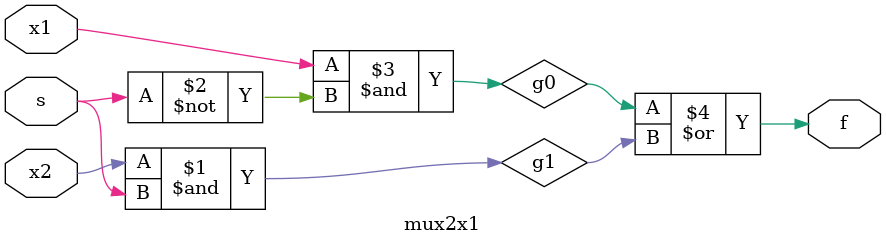
<source format=v>
`timescale 1ns / 1ps


module mux2x1(
input x1,x2, s,
output f
    );
    and A1 (g1, x2, s);
    and A0 (g0, x1, ~s);
    or O0 (f, g0, g1);  
endmodule

</source>
